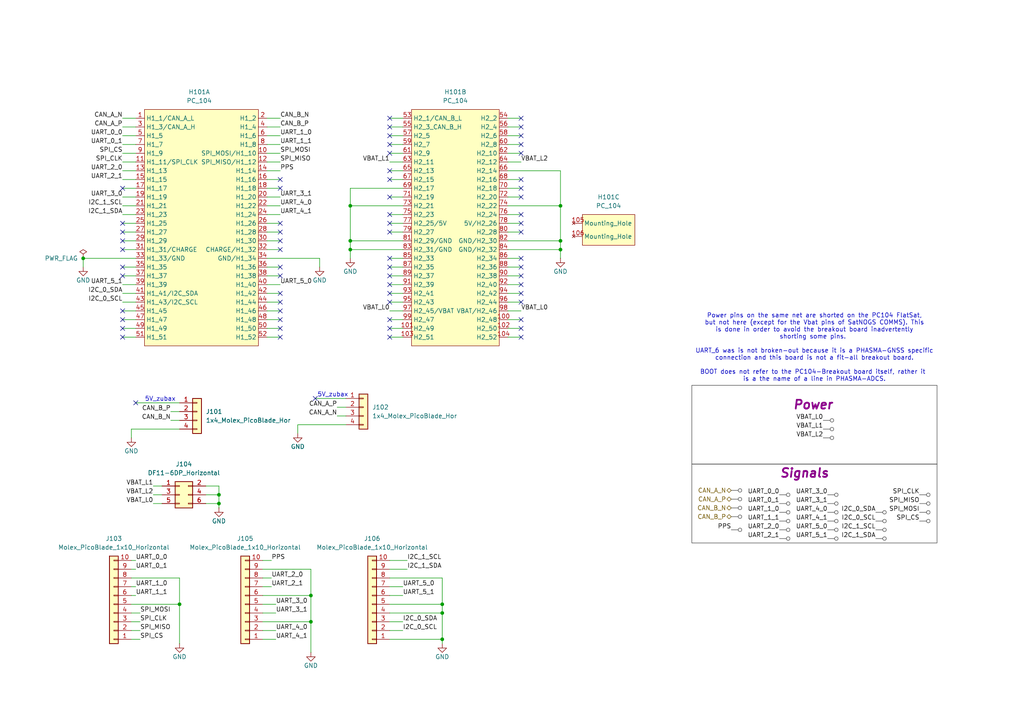
<source format=kicad_sch>
(kicad_sch (version 20231120) (generator "eeschema") (generator_version "8.0")
  (paper "A4")
  (title_block (title "PC104-Breakout"))
  (lib_symbols
    (symbol "Connector_Generic:Conn_01x04" (pin_names (offset 1.016) hide)
      (property "Reference" "J" (at 0 5.08 0))
      (property "Value" "Conn_01x04" (at 0 -7.62 0))
      (symbol "Conn_01x04_1_1"
        (rectangle (start -1.27 -4.953) (end 0 -5.207) (stroke (width 0.1524)))
        (rectangle (start -1.27 -2.413) (end 0 -2.667) (stroke (width 0.1524)))
        (rectangle (start -1.27 0.127) (end 0 -0.127) (stroke (width 0.1524)))
        (rectangle (start -1.27 2.667) (end 0 2.413) (stroke (width 0.1524)))
        (rectangle (start -1.27 3.81) (end 1.27 -6.35) (stroke (width 0.254)) (fill (type background)))
        (pin passive line (at -5.08 2.54 0) (length 3.81) (name "Pin_1") (number "1"))
        (pin passive line (at -5.08 0 0) (length 3.81) (name "Pin_2") (number "2"))
        (pin passive line (at -5.08 -2.54 0) (length 3.81) (name "Pin_3") (number "3"))
        (pin passive line (at -5.08 -5.08 0) (length 3.81) (name "Pin_4") (number "4"))
      )
    )
    (symbol "Connector_Generic:Conn_01x10" (pin_names (offset 1.016) hide)
      (property "Reference" "J" (at 0 12.7 0))
      (property "Value" "Conn_01x10" (at 0 -15.24 0))
      (symbol "Conn_01x10_1_1"
        (rectangle (start -1.27 -12.573) (end 0 -12.827) (stroke (width 0.1524)))
        (rectangle (start -1.27 -10.033) (end 0 -10.287) (stroke (width 0.1524)))
        (rectangle (start -1.27 -7.493) (end 0 -7.747) (stroke (width 0.1524)))
        (rectangle (start -1.27 -4.953) (end 0 -5.207) (stroke (width 0.1524)))
        (rectangle (start -1.27 -2.413) (end 0 -2.667) (stroke (width 0.1524)))
        (rectangle (start -1.27 0.127) (end 0 -0.127) (stroke (width 0.1524)))
        (rectangle (start -1.27 2.667) (end 0 2.413) (stroke (width 0.1524)))
        (rectangle (start -1.27 5.207) (end 0 4.953) (stroke (width 0.1524)))
        (rectangle (start -1.27 7.747) (end 0 7.493) (stroke (width 0.1524)))
        (rectangle (start -1.27 10.287) (end 0 10.033) (stroke (width 0.1524)))
        (rectangle (start -1.27 11.43) (end 1.27 -13.97) (stroke (width 0.254)) (fill (type background)))
        (pin passive line (at -5.08 10.16 0) (length 3.81) (name "Pin_1") (number "1"))
        (pin passive line (at -5.08 -12.7 0) (length 3.81) (name "Pin_10") (number "10"))
        (pin passive line (at -5.08 7.62 0) (length 3.81) (name "Pin_2") (number "2"))
        (pin passive line (at -5.08 5.08 0) (length 3.81) (name "Pin_3") (number "3"))
        (pin passive line (at -5.08 2.54 0) (length 3.81) (name "Pin_4") (number "4"))
        (pin passive line (at -5.08 0 0) (length 3.81) (name "Pin_5") (number "5"))
        (pin passive line (at -5.08 -2.54 0) (length 3.81) (name "Pin_6") (number "6"))
        (pin passive line (at -5.08 -5.08 0) (length 3.81) (name "Pin_7") (number "7"))
        (pin passive line (at -5.08 -7.62 0) (length 3.81) (name "Pin_8") (number "8"))
        (pin passive line (at -5.08 -10.16 0) (length 3.81) (name "Pin_9") (number "9"))
      )
    )
    (symbol "Connector_Generic:Conn_02x03_Odd_Even" (pin_names (offset 1.016) hide)
      (property "Reference" "J" (at 1.27 5.08 0))
      (property "Value" "Conn_02x03_Odd_Even" (at 1.27 -5.08 0))
      (symbol "Conn_02x03_Odd_Even_1_1"
        (rectangle (start -1.27 -2.413) (end 0 -2.667) (stroke (width 0.1524)))
        (rectangle (start -1.27 0.127) (end 0 -0.127) (stroke (width 0.1524)))
        (rectangle (start -1.27 2.667) (end 0 2.413) (stroke (width 0.1524)))
        (rectangle (start -1.27 3.81) (end 3.81 -3.81) (stroke (width 0.254)) (fill (type background)))
        (rectangle (start 3.81 -2.413) (end 2.54 -2.667) (stroke (width 0.1524)))
        (rectangle (start 3.81 0.127) (end 2.54 -0.127) (stroke (width 0.1524)))
        (rectangle (start 3.81 2.667) (end 2.54 2.413) (stroke (width 0.1524)))
        (pin passive line (at -5.08 2.54 0) (length 3.81) (name "Pin_1") (number "1"))
        (pin passive line (at 7.62 2.54 180) (length 3.81) (name "Pin_2") (number "2"))
        (pin passive line (at -5.08 0 0) (length 3.81) (name "Pin_3") (number "3"))
        (pin passive line (at 7.62 0 180) (length 3.81) (name "Pin_4") (number "4"))
        (pin passive line (at -5.08 -2.54 0) (length 3.81) (name "Pin_5") (number "5"))
        (pin passive line (at 7.62 -2.54 180) (length 3.81) (name "Pin_6") (number "6"))
      )
    )
    (symbol "PC104-FlatSat:PC_104"
      (property "Reference" "H" (at 0 8.89 0))
      (property "Value" "PC_104" (at 0 11.43 0))
      (symbol "PC_104_1_1"
        (rectangle (start -16.51 35.56) (end 16.51 -33.02) (fill (type background)))
        (pin passive line (at -19.05 33.02 0) (length 2.54) (name "H1_1/CAN_A_L") (number "1"))
        (pin passive line (at 19.05 22.86 180) (length 2.54) (name "SPI_MOSI/H1_10") (number "10"))
        (pin passive line (at -19.05 20.32 0) (length 2.54) (name "H1_11/SPI_CLK") (number "11"))
        (pin passive line (at 19.05 20.32 180) (length 2.54) (name "SPI_MISO/H1_12") (number "12"))
        (pin passive line (at -19.05 17.78 0) (length 2.54) (name "H1_13") (number "13"))
        (pin passive line (at 19.05 17.78 180) (length 2.54) (name "H1_14") (number "14"))
        (pin passive line (at -19.05 15.24 0) (length 2.54) (name "H1_15") (number "15"))
        (pin passive line (at 19.05 15.24 180) (length 2.54) (name "H1_16") (number "16"))
        (pin passive line (at -19.05 12.7 0) (length 2.54) (name "H1_17") (number "17"))
        (pin passive line (at 19.05 12.7 180) (length 2.54) (name "H1_18") (number "18"))
        (pin passive line (at -19.05 10.16 0) (length 2.54) (name "H1_19") (number "19"))
        (pin passive line (at 19.05 33.02 180) (length 2.54) (name "H1_2") (number "2"))
        (pin passive line (at 19.05 10.16 180) (length 2.54) (name "H1_20") (number "20"))
        (pin passive line (at -19.05 7.62 0) (length 2.54) (name "H1_21") (number "21"))
        (pin passive line (at 19.05 7.62 180) (length 2.54) (name "H1_22") (number "22"))
        (pin passive line (at -19.05 5.08 0) (length 2.54) (name "H1_23") (number "23"))
        (pin passive line (at 19.05 5.08 180) (length 2.54) (name "H1_24") (number "24"))
        (pin passive line (at -19.05 2.54 0) (length 2.54) (name "H1_25") (number "25"))
        (pin passive line (at 19.05 2.54 180) (length 2.54) (name "H1_26") (number "26"))
        (pin passive line (at -19.05 0 0) (length 2.54) (name "H1_27") (number "27"))
        (pin passive line (at 19.05 0 180) (length 2.54) (name "H1_28") (number "28"))
        (pin passive line (at -19.05 -2.54 0) (length 2.54) (name "H1_29") (number "29"))
        (pin passive line (at -19.05 30.48 0) (length 2.54) (name "H1_3/CAN_A_H") (number "3"))
        (pin passive line (at 19.05 -2.54 180) (length 2.54) (name "H1_30") (number "30"))
        (pin passive line (at -19.05 -5.08 0) (length 2.54) (name "H1_31/CHARGE") (number "31"))
        (pin passive line (at 19.05 -5.08 180) (length 2.54) (name "CHARGE/H1_32") (number "32"))
        (pin passive line (at -19.05 -7.62 0) (length 2.54) (name "H1_33/GND") (number "33"))
        (pin passive line (at 19.05 -7.62 180) (length 2.54) (name "GND/H1_34") (number "34"))
        (pin passive line (at -19.05 -10.16 0) (length 2.54) (name "H1_35") (number "35"))
        (pin passive line (at 19.05 -10.16 180) (length 2.54) (name "H1_36") (number "36"))
        (pin passive line (at -19.05 -12.7 0) (length 2.54) (name "H1_37") (number "37"))
        (pin passive line (at 19.05 -12.7 180) (length 2.54) (name "H1_38") (number "38"))
        (pin passive line (at -19.05 -15.24 0) (length 2.54) (name "H1_39") (number "39"))
        (pin passive line (at 19.05 30.48 180) (length 2.54) (name "H1_4") (number "4"))
        (pin passive line (at 19.05 -15.24 180) (length 2.54) (name "H1_40") (number "40"))
        (pin passive line (at -19.05 -17.78 0) (length 2.54) (name "H1_41/I2C_SDA") (number "41"))
        (pin passive line (at 19.05 -17.78 180) (length 2.54) (name "H1_42") (number "42"))
        (pin passive line (at -19.05 -20.32 0) (length 2.54) (name "H1_43/I2C_SCL") (number "43"))
        (pin passive line (at 19.05 -20.32 180) (length 2.54) (name "H1_44") (number "44"))
        (pin passive line (at -19.05 -22.86 0) (length 2.54) (name "H1_45") (number "45"))
        (pin passive line (at 19.05 -22.86 180) (length 2.54) (name "H1_46") (number "46"))
        (pin passive line (at -19.05 -25.4 0) (length 2.54) (name "H1_47") (number "47"))
        (pin passive line (at 19.05 -25.4 180) (length 2.54) (name "H1_48") (number "48"))
        (pin passive line (at -19.05 -27.94 0) (length 2.54) (name "H1_49") (number "49"))
        (pin passive line (at -19.05 27.94 0) (length 2.54) (name "H1_5") (number "5"))
        (pin passive line (at 19.05 -27.94 180) (length 2.54) (name "H1_50") (number "50"))
        (pin passive line (at -19.05 -30.48 0) (length 2.54) (name "H1_51") (number "51"))
        (pin passive line (at 19.05 -30.48 180) (length 2.54) (name "H1_52") (number "52"))
        (pin passive line (at 19.05 27.94 180) (length 2.54) (name "H1_6") (number "6"))
        (pin passive line (at -19.05 25.4 0) (length 2.54) (name "H1_7") (number "7"))
        (pin passive line (at 19.05 25.4 180) (length 2.54) (name "H1_8") (number "8"))
        (pin passive line (at -19.05 22.86 0) (length 2.54) (name "H1_9") (number "9"))
      )
      (symbol "PC_104_2_1"
        (rectangle (start -12.7 35.56) (end 12.7 -33.02) (fill (type background)))
        (pin passive line (at 15.24 -25.4 180) (length 2.54) (name "H2_48") (number "100"))
        (pin passive line (at -15.24 -27.94 0) (length 2.54) (name "H2_49") (number "101"))
        (pin passive line (at 15.24 -27.94 180) (length 2.54) (name "H2_50") (number "102"))
        (pin passive line (at -15.24 -30.48 0) (length 2.54) (name "H2_51") (number "103"))
        (pin passive line (at 15.24 -30.48 180) (length 2.54) (name "H2_52") (number "104"))
        (pin passive line (at -15.24 33.02 0) (length 2.54) (name "H2_1/CAN_B_L") (number "53"))
        (pin passive line (at 15.24 33.02 180) (length 2.54) (name "H2_2") (number "54"))
        (pin passive line (at -15.24 30.48 0) (length 2.54) (name "H2_3_CAN_B_H") (number "55"))
        (pin passive line (at 15.24 30.48 180) (length 2.54) (name "H2_4") (number "56"))
        (pin passive line (at -15.24 27.94 0) (length 2.54) (name "H2_5") (number "57"))
        (pin passive line (at 15.24 27.94 180) (length 2.54) (name "H2_6") (number "58"))
        (pin passive line (at -15.24 25.4 0) (length 2.54) (name "H2_7") (number "59"))
        (pin passive line (at 15.24 25.4 180) (length 2.54) (name "H2_8") (number "60"))
        (pin passive line (at -15.24 22.86 0) (length 2.54) (name "H2_9") (number "61"))
        (pin passive line (at 15.24 22.86 180) (length 2.54) (name "H2_10") (number "62"))
        (pin passive line (at -15.24 20.32 0) (length 2.54) (name "H2_11") (number "63"))
        (pin passive line (at 15.24 20.32 180) (length 2.54) (name "H2_12") (number "64"))
        (pin passive line (at -15.24 17.78 0) (length 2.54) (name "H2_13") (number "65"))
        (pin passive line (at 15.24 17.78 180) (length 2.54) (name "H2_14") (number "66"))
        (pin passive line (at -15.24 15.24 0) (length 2.54) (name "H2_15") (number "67"))
        (pin passive line (at 15.24 15.24 180) (length 2.54) (name "H2_16") (number "68"))
        (pin passive line (at -15.24 12.7 0) (length 2.54) (name "H2_17") (number "69"))
        (pin passive line (at 15.24 12.7 180) (length 2.54) (name "H2_18") (number "70"))
        (pin passive line (at -15.24 10.16 0) (length 2.54) (name "H2_19") (number "71"))
        (pin passive line (at 15.24 10.16 180) (length 2.54) (name "H2_20") (number "72"))
        (pin passive line (at -15.24 7.62 0) (length 2.54) (name "H2_21") (number "73"))
        (pin passive line (at 15.24 7.62 180) (length 2.54) (name "H2_22") (number "74"))
        (pin passive line (at -15.24 5.08 0) (length 2.54) (name "H2_23") (number "75"))
        (pin passive line (at 15.24 5.08 180) (length 2.54) (name "H2_24") (number "76"))
        (pin passive line (at -15.24 2.54 0) (length 2.54) (name "H2_25/5V") (number "77"))
        (pin passive line (at 15.24 2.54 180) (length 2.54) (name "5V/H2_26") (number "78"))
        (pin passive line (at -15.24 0 0) (length 2.54) (name "H2_27") (number "79"))
        (pin passive line (at 15.24 0 180) (length 2.54) (name "H2_28") (number "80"))
        (pin passive line (at -15.24 -2.54 0) (length 2.54) (name "H2_29/GND") (number "81"))
        (pin passive line (at 15.24 -2.54 180) (length 2.54) (name "GND/H2_30") (number "82"))
        (pin passive line (at -15.24 -5.08 0) (length 2.54) (name "H2_31/GND") (number "83"))
        (pin passive line (at 15.24 -5.08 180) (length 2.54) (name "GND/H2_32") (number "84"))
        (pin passive line (at -15.24 -7.62 0) (length 2.54) (name "H2_33") (number "85"))
        (pin passive line (at 15.24 -7.62 180) (length 2.54) (name "H2_34") (number "86"))
        (pin passive line (at -15.24 -10.16 0) (length 2.54) (name "H2_35") (number "87"))
        (pin passive line (at 15.24 -10.16 180) (length 2.54) (name "H2_36") (number "88"))
        (pin passive line (at -15.24 -12.7 0) (length 2.54) (name "H2_37") (number "89"))
        (pin passive line (at 15.24 -12.7 180) (length 2.54) (name "H2_38") (number "90"))
        (pin passive line (at -15.24 -15.24 0) (length 2.54) (name "H2_39") (number "91"))
        (pin passive line (at 15.24 -15.24 180) (length 2.54) (name "H2_40") (number "92"))
        (pin passive line (at -15.24 -17.78 0) (length 2.54) (name "H2_41") (number "93"))
        (pin passive line (at 15.24 -17.78 180) (length 2.54) (name "H2_42") (number "94"))
        (pin passive line (at -15.24 -20.32 0) (length 2.54) (name "H2_43") (number "95"))
        (pin passive line (at 15.24 -20.32 180) (length 2.54) (name "H2_44") (number "96"))
        (pin passive line (at -15.24 -22.86 0) (length 2.54) (name "H2_45/VBAT") (number "97"))
        (pin passive line (at 15.24 -22.86 180) (length 2.54) (name "VBAT/H2_46") (number "98"))
        (pin passive line (at -15.24 -25.4 0) (length 2.54) (name "H2_47") (number "99"))
      )
      (symbol "PC_104_3_1"
        (rectangle (start -7.62 6.35) (end 7.62 -2.54) (fill (type background)))
        (pin no_connect line (at -10.16 3.81 0) (length 2.54) (name "Mounting_Hole") (number "105"))
        (pin no_connect line (at -10.16 0 0) (length 2.54) (name "Mounting_Hole") (number "106"))
      )
    )
    (symbol "power:GND" (power) (pin_numbers hide) (pin_names (offset 0) hide)
      (property "Value" "GND" (at 0 -3.81 0))
      (symbol "GND_0_1"
        (polyline (pts (xy 0 0) (xy 0 -1.27) (xy 1.27 -1.27) (xy 0 -2.54) (xy -1.27 -1.27) (xy 0 -1.27)))
      )
      (symbol "GND_1_1"
        (pin power_in line (at 0 0 270) (length 0) (name "~") (number "1"))
      )
    )
    (symbol "power:PWR_FLAG" (power) (pin_numbers hide) (pin_names (offset 0) hide)
      (property "Value" "PWR_FLAG" (at 0 3.81 0))
      (symbol "PWR_FLAG_0_0"
        (pin power_out line (at 0 0 90) (length 0) (name "~") (number "1"))
      )
      (symbol "PWR_FLAG_0_1"
        (polyline (pts (xy 0 0) (xy 0 1.27) (xy -1.016 1.905) (xy 0 2.54) (xy 1.016 1.905) (xy 0 1.27)))
      )
    )
  )
  (junction (at 162.56 59.69))
  (junction (at 101.6 59.69))
  (junction (at 128.27 185.42))
  (junction (at 24.13 74.93))
  (junction (at 101.6 72.39))
  (junction (at 90.17 180.34))
  (junction (at 162.56 69.85))
  (junction (at 128.27 177.8))
  (junction (at 52.07 175.26))
  (junction (at 90.17 172.72))
  (junction (at 162.56 72.39))
  (junction (at 63.5 143.51))
  (junction (at 63.5 146.05))
  (junction (at 128.27 175.26))
  (junction (at 101.6 69.85))
  (no_connect (at 113.03 77.47))
  (no_connect (at 151.13 54.61))
  (no_connect (at 151.13 87.63))
  (no_connect (at 113.03 80.01))
  (no_connect (at 81.28 67.31))
  (no_connect (at 113.03 34.29))
  (no_connect (at 81.28 90.17))
  (no_connect (at 35.56 72.39))
  (no_connect (at 81.28 95.25))
  (no_connect (at 151.13 97.79))
  (no_connect (at 81.28 87.63))
  (no_connect (at 39.37 116.84))
  (no_connect (at 151.13 67.31))
  (no_connect (at 151.13 52.07))
  (no_connect (at 81.28 72.39))
  (no_connect (at 151.13 85.09))
  (no_connect (at 113.03 97.79))
  (no_connect (at 113.03 41.91))
  (no_connect (at 113.03 64.77))
  (no_connect (at 35.56 69.85))
  (no_connect (at 35.56 92.71))
  (no_connect (at 81.28 85.09))
  (no_connect (at 113.03 92.71))
  (no_connect (at 35.56 64.77))
  (no_connect (at 113.03 44.45))
  (no_connect (at 113.03 57.15))
  (no_connect (at 81.28 54.61))
  (no_connect (at 151.13 80.01))
  (no_connect (at 151.13 62.23))
  (no_connect (at 151.13 36.83))
  (no_connect (at 113.03 36.83))
  (no_connect (at 151.13 44.45))
  (no_connect (at 151.13 92.71))
  (no_connect (at 81.28 80.01))
  (no_connect (at 113.03 67.31))
  (no_connect (at 35.56 77.47))
  (no_connect (at 113.03 62.23))
  (no_connect (at 81.28 97.79))
  (no_connect (at 81.28 64.77))
  (no_connect (at 35.56 97.79))
  (no_connect (at 35.56 54.61))
  (no_connect (at 113.03 82.55))
  (no_connect (at 113.03 87.63))
  (no_connect (at 113.03 74.93))
  (no_connect (at 151.13 57.15))
  (no_connect (at 35.56 67.31))
  (no_connect (at 151.13 95.25))
  (no_connect (at 113.03 52.07))
  (no_connect (at 35.56 95.25))
  (no_connect (at 81.28 92.71))
  (no_connect (at 113.03 95.25))
  (no_connect (at 151.13 34.29))
  (no_connect (at 113.03 85.09))
  (no_connect (at 151.13 39.37))
  (no_connect (at 81.28 52.07))
  (no_connect (at 81.28 69.85))
  (no_connect (at 91.44 115.57))
  (no_connect (at 151.13 41.91))
  (no_connect (at 113.03 39.37))
  (no_connect (at 81.28 77.47))
  (no_connect (at 151.13 77.47))
  (no_connect (at 35.56 80.01))
  (no_connect (at 113.03 49.53))
  (no_connect (at 151.13 64.77))
  (no_connect (at 151.13 82.55))
  (no_connect (at 35.56 90.17))
  (no_connect (at 151.13 74.93))
  (wire (pts (xy 90.17 165.1) (xy 90.17 172.72)))
  (wire (pts (xy 38.1 167.64) (xy 52.07 167.64)))
  (wire (pts (xy 63.5 143.51) (xy 63.5 146.05)))
  (wire (pts (xy 128.27 177.8) (xy 128.27 185.42)))
  (wire (pts (xy 38.1 165.1) (xy 39.37 165.1)))
  (wire (pts (xy 113.03 64.77) (xy 116.84 64.77)))
  (wire (pts (xy 113.03 167.64) (xy 128.27 167.64)))
  (wire (pts (xy 38.1 170.18) (xy 39.37 170.18)))
  (wire (pts (xy 24.13 74.93) (xy 39.37 74.93)))
  (wire (pts (xy 151.13 36.83) (xy 147.32 36.83)))
  (wire (pts (xy 81.28 46.99) (xy 77.47 46.99)))
  (wire (pts (xy 113.03 90.17) (xy 116.84 90.17)))
  (wire (pts (xy 38.1 177.8) (xy 40.64 177.8)))
  (wire (pts (xy 113.03 41.91) (xy 116.84 41.91)))
  (wire (pts (xy 81.28 80.01) (xy 77.47 80.01)))
  (wire (pts (xy 81.28 52.07) (xy 77.47 52.07)))
  (wire (pts (xy 35.56 46.99) (xy 39.37 46.99)))
  (wire (pts (xy 92.71 74.93) (xy 92.71 77.47)))
  (wire (pts (xy 35.56 39.37) (xy 39.37 39.37)))
  (wire (pts (xy 35.56 80.01) (xy 39.37 80.01)))
  (wire (pts (xy 151.13 87.63) (xy 147.32 87.63)))
  (wire (pts (xy 76.2 167.64) (xy 78.74 167.64)))
  (wire (pts (xy 147.32 59.69) (xy 162.56 59.69)))
  (wire (pts (xy 128.27 185.42) (xy 128.27 186.69)))
  (wire (pts (xy 81.28 39.37) (xy 77.47 39.37)))
  (wire (pts (xy 113.03 87.63) (xy 116.84 87.63)))
  (wire (pts (xy 49.53 119.38) (xy 52.07 119.38)))
  (wire (pts (xy 35.56 82.55) (xy 39.37 82.55)))
  (wire (pts (xy 113.03 180.34) (xy 116.84 180.34)))
  (wire (pts (xy 113.03 39.37) (xy 116.84 39.37)))
  (wire (pts (xy 38.1 172.72) (xy 39.37 172.72)))
  (wire (pts (xy 113.03 57.15) (xy 116.84 57.15)))
  (wire (pts (xy 113.03 46.99) (xy 116.84 46.99)))
  (wire (pts (xy 24.13 74.93) (xy 24.13 77.47)))
  (wire (pts (xy 147.32 90.17) (xy 151.13 90.17)))
  (wire (pts (xy 101.6 59.69) (xy 101.6 69.85)))
  (wire (pts (xy 113.03 92.71) (xy 116.84 92.71)))
  (wire (pts (xy 44.45 143.51) (xy 46.99 143.51)))
  (wire (pts (xy 151.13 85.09) (xy 147.32 85.09)))
  (wire (pts (xy 38.1 124.46) (xy 52.07 124.46)))
  (wire (pts (xy 151.13 41.91) (xy 147.32 41.91)))
  (wire (pts (xy 162.56 49.53) (xy 162.56 59.69)))
  (wire (pts (xy 113.03 80.01) (xy 116.84 80.01)))
  (wire (pts (xy 151.13 97.79) (xy 147.32 97.79)))
  (wire (pts (xy 76.2 162.56) (xy 78.74 162.56)))
  (wire (pts (xy 38.1 124.46) (xy 38.1 127)))
  (wire (pts (xy 151.13 67.31) (xy 147.32 67.31)))
  (wire (pts (xy 113.03 77.47) (xy 116.84 77.47)))
  (wire (pts (xy 90.17 172.72) (xy 90.17 180.34)))
  (wire (pts (xy 113.03 82.55) (xy 116.84 82.55)))
  (wire (pts (xy 113.03 182.88) (xy 116.84 182.88)))
  (wire (pts (xy 35.56 59.69) (xy 39.37 59.69)))
  (wire (pts (xy 39.37 116.84) (xy 52.07 116.84)))
  (wire (pts (xy 151.13 46.99) (xy 147.32 46.99)))
  (wire (pts (xy 147.32 72.39) (xy 162.56 72.39)))
  (wire (pts (xy 81.28 72.39) (xy 77.47 72.39)))
  (wire (pts (xy 113.03 74.93) (xy 116.84 74.93)))
  (wire (pts (xy 151.13 95.25) (xy 147.32 95.25)))
  (wire (pts (xy 151.13 80.01) (xy 147.32 80.01)))
  (wire (pts (xy 147.32 49.53) (xy 162.56 49.53)))
  (wire (pts (xy 101.6 59.69) (xy 116.84 59.69)))
  (wire (pts (xy 113.03 170.18) (xy 116.84 170.18)))
  (wire (pts (xy 81.28 64.77) (xy 77.47 64.77)))
  (wire (pts (xy 63.5 146.05) (xy 63.5 147.32)))
  (wire (pts (xy 128.27 167.64) (xy 128.27 175.26)))
  (wire (pts (xy 113.03 165.1) (xy 118.11 165.1)))
  (wire (pts (xy 35.56 67.31) (xy 39.37 67.31)))
  (wire (pts (xy 162.56 69.85) (xy 147.32 69.85)))
  (wire (pts (xy 35.56 57.15) (xy 39.37 57.15)))
  (wire (pts (xy 101.6 69.85) (xy 101.6 72.39)))
  (wire (pts (xy 35.56 95.25) (xy 39.37 95.25)))
  (wire (pts (xy 81.28 87.63) (xy 77.47 87.63)))
  (wire (pts (xy 35.56 72.39) (xy 39.37 72.39)))
  (wire (pts (xy 35.56 62.23) (xy 39.37 62.23)))
  (wire (pts (xy 86.36 123.19) (xy 100.33 123.19)))
  (wire (pts (xy 38.1 180.34) (xy 40.64 180.34)))
  (wire (pts (xy 77.47 74.93) (xy 92.71 74.93)))
  (wire (pts (xy 81.28 34.29) (xy 77.47 34.29)))
  (wire (pts (xy 76.2 170.18) (xy 78.74 170.18)))
  (wire (pts (xy 35.56 97.79) (xy 39.37 97.79)))
  (wire (pts (xy 113.03 34.29) (xy 116.84 34.29)))
  (wire (pts (xy 91.44 115.57) (xy 100.33 115.57)))
  (wire (pts (xy 35.56 77.47) (xy 39.37 77.47)))
  (wire (pts (xy 35.56 52.07) (xy 39.37 52.07)))
  (wire (pts (xy 97.79 118.11) (xy 100.33 118.11)))
  (wire (pts (xy 81.28 57.15) (xy 77.47 57.15)))
  (wire (pts (xy 162.56 59.69) (xy 162.56 69.85)))
  (wire (pts (xy 35.56 69.85) (xy 39.37 69.85)))
  (wire (pts (xy 81.28 67.31) (xy 77.47 67.31)))
  (wire (pts (xy 52.07 167.64) (xy 52.07 175.26)))
  (wire (pts (xy 76.2 182.88) (xy 80.01 182.88)))
  (wire (pts (xy 81.28 54.61) (xy 77.47 54.61)))
  (wire (pts (xy 52.07 175.26) (xy 52.07 186.69)))
  (wire (pts (xy 113.03 67.31) (xy 116.84 67.31)))
  (wire (pts (xy 116.84 72.39) (xy 101.6 72.39)))
  (wire (pts (xy 76.2 172.72) (xy 90.17 172.72)))
  (wire (pts (xy 113.03 162.56) (xy 118.11 162.56)))
  (wire (pts (xy 97.79 120.65) (xy 100.33 120.65)))
  (wire (pts (xy 151.13 54.61) (xy 147.32 54.61)))
  (wire (pts (xy 81.28 82.55) (xy 77.47 82.55)))
  (wire (pts (xy 113.03 97.79) (xy 116.84 97.79)))
  (wire (pts (xy 63.5 140.97) (xy 63.5 143.51)))
  (wire (pts (xy 151.13 62.23) (xy 147.32 62.23)))
  (wire (pts (xy 113.03 36.83) (xy 116.84 36.83)))
  (wire (pts (xy 44.45 140.97) (xy 46.99 140.97)))
  (wire (pts (xy 38.1 182.88) (xy 40.64 182.88)))
  (wire (pts (xy 35.56 34.29) (xy 39.37 34.29)))
  (wire (pts (xy 151.13 57.15) (xy 147.32 57.15)))
  (wire (pts (xy 44.45 146.05) (xy 46.99 146.05)))
  (wire (pts (xy 81.28 41.91) (xy 77.47 41.91)))
  (wire (pts (xy 81.28 69.85) (xy 77.47 69.85)))
  (wire (pts (xy 35.56 41.91) (xy 39.37 41.91)))
  (wire (pts (xy 151.13 39.37) (xy 147.32 39.37)))
  (wire (pts (xy 90.17 180.34) (xy 90.17 189.23)))
  (wire (pts (xy 162.56 74.93) (xy 162.56 72.39)))
  (wire (pts (xy 81.28 85.09) (xy 77.47 85.09)))
  (wire (pts (xy 101.6 72.39) (xy 101.6 74.93)))
  (wire (pts (xy 113.03 172.72) (xy 116.84 172.72)))
  (wire (pts (xy 151.13 52.07) (xy 147.32 52.07)))
  (wire (pts (xy 113.03 49.53) (xy 116.84 49.53)))
  (wire (pts (xy 113.03 177.8) (xy 128.27 177.8)))
  (wire (pts (xy 113.03 52.07) (xy 116.84 52.07)))
  (wire (pts (xy 113.03 85.09) (xy 116.84 85.09)))
  (wire (pts (xy 151.13 44.45) (xy 147.32 44.45)))
  (wire (pts (xy 59.69 146.05) (xy 63.5 146.05)))
  (wire (pts (xy 151.13 74.93) (xy 147.32 74.93)))
  (wire (pts (xy 76.2 180.34) (xy 90.17 180.34)))
  (wire (pts (xy 49.53 121.92) (xy 52.07 121.92)))
  (wire (pts (xy 35.56 49.53) (xy 39.37 49.53)))
  (wire (pts (xy 151.13 92.71) (xy 147.32 92.71)))
  (wire (pts (xy 35.56 87.63) (xy 39.37 87.63)))
  (wire (pts (xy 35.56 36.83) (xy 39.37 36.83)))
  (wire (pts (xy 38.1 175.26) (xy 52.07 175.26)))
  (wire (pts (xy 59.69 143.51) (xy 63.5 143.51)))
  (wire (pts (xy 128.27 175.26) (xy 128.27 177.8)))
  (wire (pts (xy 76.2 185.42) (xy 80.01 185.42)))
  (wire (pts (xy 35.56 85.09) (xy 39.37 85.09)))
  (wire (pts (xy 76.2 175.26) (xy 80.01 175.26)))
  (wire (pts (xy 116.84 69.85) (xy 101.6 69.85)))
  (wire (pts (xy 113.03 62.23) (xy 116.84 62.23)))
  (wire (pts (xy 113.03 185.42) (xy 128.27 185.42)))
  (wire (pts (xy 81.28 59.69) (xy 77.47 59.69)))
  (wire (pts (xy 35.56 54.61) (xy 39.37 54.61)))
  (wire (pts (xy 76.2 165.1) (xy 90.17 165.1)))
  (wire (pts (xy 162.56 72.39) (xy 162.56 69.85)))
  (wire (pts (xy 81.28 97.79) (xy 77.47 97.79)))
  (wire (pts (xy 81.28 36.83) (xy 77.47 36.83)))
  (wire (pts (xy 40.64 185.42) (xy 38.1 185.42)))
  (wire (pts (xy 38.1 162.56) (xy 39.37 162.56)))
  (wire (pts (xy 35.56 90.17) (xy 39.37 90.17)))
  (wire (pts (xy 113.03 175.26) (xy 128.27 175.26)))
  (wire (pts (xy 81.28 90.17) (xy 77.47 90.17)))
  (wire (pts (xy 81.28 95.25) (xy 77.47 95.25)))
  (wire (pts (xy 59.69 140.97) (xy 63.5 140.97)))
  (wire (pts (xy 116.84 54.61) (xy 101.6 54.61)))
  (wire (pts (xy 35.56 44.45) (xy 39.37 44.45)))
  (wire (pts (xy 81.28 77.47) (xy 77.47 77.47)))
  (wire (pts (xy 113.03 95.25) (xy 116.84 95.25)))
  (wire (pts (xy 151.13 34.29) (xy 147.32 34.29)))
  (wire (pts (xy 86.36 123.19) (xy 86.36 125.73)))
  (wire (pts (xy 35.56 92.71) (xy 39.37 92.71)))
  (wire (pts (xy 76.2 177.8) (xy 80.01 177.8)))
  (wire (pts (xy 81.28 49.53) (xy 77.47 49.53)))
  (wire (pts (xy 151.13 77.47) (xy 147.32 77.47)))
  (wire (pts (xy 81.28 62.23) (xy 77.47 62.23)))
  (wire (pts (xy 113.03 44.45) (xy 116.84 44.45)))
  (wire (pts (xy 35.56 64.77) (xy 39.37 64.77)))
  (wire (pts (xy 101.6 54.61) (xy 101.6 59.69)))
  (wire (pts (xy 147.32 64.77) (xy 151.13 64.77)))
  (wire (pts (xy 151.13 82.55) (xy 147.32 82.55)))
  (wire (pts (xy 81.28 44.45) (xy 77.47 44.45)))
  (wire (pts (xy 81.28 92.71) (xy 77.47 92.71)))
  (rectangle (start 200.66 111.76) (end 271.78 134.62) (stroke (width 0) (color 72 72 72 1)))
  (rectangle (start 200.66 134.62) (end 271.78 157.48) (stroke (width 0) (color 72 72 72 1)))
  (text "5V_zubax" (at 96.52 114.554 0) (effects (font (size 1.27 1.27))))
  (text "Power pins on the same net are shorted on the PC104 FlatSat,\nbut not here (except for the Vbat pins of SatNOGS COMMS). This\nis done in order to avoid the breakout board inadvertently\nshorting some pins. \n\nUART_6 was is not broken-out because it is a PHASMA-GNSS specific\nconnection and this board is not a fit-all breakout board.\n\nBOOT does not refer to the PC104-Breakout board itself, rather it \nis a the name of a line in PHASMA-ADCS." (at 236.22 100.838 0) (effects (font (size 1.27 1.27))))
  (text "5V_zubax" (at 46.482 115.824 0) (effects (font (size 1.27 1.27))))
  (label "SPI_CS" (at 266.7 151.13 180))
  (label "SPI_MOSI" (at 266.7 148.59 180))
  (label "UART_1_0" (at 39.37 170.18 0))
  (label "SPI_MISO" (at 40.64 182.88 0))
  (label "VBAT_L2" (at 44.45 143.51 180))
  (label "UART_3_0" (at 240.03 143.51 180))
  (label "CAN_A_P" (at 97.79 118.11 180))
  (label "UART_2_1" (at 78.74 170.18 0))
  (label "I2C_1_SCL" (at 254 153.67 180))
  (label "UART_4_1" (at 81.28 62.23 0))
  (label "UART_2_0" (at 78.74 167.64 0))
  (label "VBAT_L1" (at 238.76 124.46 180))
  (label "SPI_MISO" (at 81.28 46.99 0))
  (label "UART_1_0" (at 81.28 39.37 0))
  (label "SPI_MISO" (at 266.7 146.05 180))
  (label "CAN_B_N" (at 81.28 34.29 0))
  (label "UART_2_1" (at 35.56 52.07 180))
  (label "UART_4_0" (at 81.28 59.69 0))
  (label "UART_1_1" (at 81.28 41.91 0))
  (label "SPI_CS" (at 40.64 185.42 0))
  (label "VBAT_L0" (at 151.13 90.17 0))
  (label "UART_0_0" (at 35.56 39.37 180))
  (label "CAN_B_N" (at 49.53 121.92 180))
  (label "UART_5_0" (at 240.03 153.67 180))
  (label "UART_3_1" (at 80.01 177.8 0))
  (label "CAN_B_P" (at 81.28 36.83 0))
  (label "I2C_0_SCL" (at 254 151.13 180))
  (label "UART_1_1" (at 226.06 151.13 180))
  (label "VBAT_L1" (at 44.45 140.97 180))
  (label "UART_0_0" (at 39.37 162.56 0))
  (label "VBAT_L0" (at 238.76 121.92 180))
  (label "I2C_1_SDA" (at 118.11 165.1 0))
  (label "VBAT_L0" (at 44.45 146.05 180))
  (label "I2C_0_SDA" (at 116.84 180.34 0))
  (label "I2C_0_SCL" (at 116.84 182.88 0))
  (label "PPS" (at 81.28 49.53 0))
  (label "CAN_A_N" (at 35.56 34.29 180))
  (label "UART_0_0" (at 226.06 143.51 180))
  (label "UART_5_1" (at 116.84 172.72 0))
  (label "VBAT_L1" (at 113.03 46.99 180))
  (label "I2C_1_SDA" (at 254 156.21 180))
  (label "SPI_CLK" (at 40.64 180.34 0))
  (label "VBAT_L2" (at 151.13 46.99 0))
  (label "UART_4_1" (at 240.03 151.13 180))
  (label "UART_1_0" (at 226.06 148.59 180))
  (label "UART_0_1" (at 39.37 165.1 0))
  (label "UART_3_1" (at 81.28 57.15 0))
  (label "I2C_1_SCL" (at 118.11 162.56 0))
  (label "I2C_1_SCL" (at 35.56 59.69 180))
  (label "I2C_0_SCL" (at 35.56 87.63 180))
  (label "UART_1_1" (at 39.37 172.72 0))
  (label "UART_0_1" (at 226.06 146.05 180))
  (label "PPS" (at 212.09 153.67 180))
  (label "VBAT_L0" (at 113.03 90.17 180))
  (label "UART_5_1" (at 35.56 82.55 180))
  (label "I2C_1_SDA" (at 35.56 62.23 180))
  (label "CAN_A_N" (at 97.79 120.65 180))
  (label "UART_2_0" (at 226.06 153.67 180))
  (label "UART_3_0" (at 80.01 175.26 0))
  (label "VBAT_L2" (at 238.76 127 180))
  (label "SPI_CLK" (at 35.56 46.99 180))
  (label "UART_5_0" (at 81.28 82.55 0))
  (label "UART_4_1" (at 80.01 185.42 0))
  (label "UART_3_0" (at 35.56 57.15 180))
  (label "I2C_0_SDA" (at 35.56 85.09 180))
  (label "UART_4_0" (at 240.03 148.59 180))
  (label "UART_5_1" (at 240.03 156.21 180))
  (label "UART_0_1" (at 35.56 41.91 180))
  (label "UART_4_0" (at 80.01 182.88 0))
  (label "UART_2_0" (at 35.56 49.53 180))
  (label "SPI_MOSI" (at 81.28 44.45 0))
  (label "SPI_CLK" (at 266.7 143.51 180))
  (label "UART_2_1" (at 226.06 156.21 180))
  (label "SPI_CS" (at 35.56 44.45 180))
  (label "I2C_0_SDA" (at 254 148.59 180))
  (label "CAN_B_P" (at 49.53 119.38 180))
  (label "UART_5_0" (at 116.84 170.18 0))
  (label "UART_3_1" (at 240.03 146.05 180))
  (label "CAN_A_P" (at 35.56 36.83 180))
  (label "SPI_MOSI" (at 40.64 177.8 0))
  (label "PPS" (at 78.74 162.56 0))
  (hierarchical_label "CAN_B_N" (shape bidirectional) (at 212.09 147.32 180))
  (hierarchical_label "CAN_A_N" (shape bidirectional) (at 212.09 142.24 180))
  (hierarchical_label "CAN_A_P" (shape bidirectional) (at 212.09 144.78 180))
  (hierarchical_label "CAN_B_P" (shape bidirectional) (at 212.09 149.86 180))
  (netclass_flag "" (length 2.54) (shape round) (at 212.09 149.86 270) (property "Netclass" "Signals" (effects (hide yes))))
  (netclass_flag "" (length 2.54) (shape round) (at 266.7 143.51 270) (property "Netclass" "Signals" (effects (hide yes))))
  (netclass_flag "" (length 2.54) (shape round) (at 226.06 151.13 270) (property "Netclass" "Signals" (effects (hide yes))))
  (netclass_flag "" (length 2.54) (shape round) (at 240.03 156.21 270) (property "Netclass" "Signals" (effects (hide yes))))
  (netclass_flag "" (length 2.54) (shape round) (at 226.06 146.05 270) (property "Netclass" "Signals" (effects (hide yes))))
  (netclass_flag "" (length 2.54) (shape round) (at 238.76 124.46 270) (property "Netclass" "Power" (effects (hide yes))))
  (netclass_flag "" (length 2.54) (shape round) (at 254 156.21 270) (property "Netclass" "Signals" (effects (hide yes))))
  (netclass_flag "" (length 2.54) (shape round) (at 212.09 144.78 270) (property "Netclass" "Signals" (effects (hide yes))))
  (netclass_flag "" (length 2.54) (shape round) (at 238.76 121.92 270) (property "Netclass" "Power" (effects (hide yes))))
  (netclass_flag "" (length 2.54) (shape round) (at 240.03 148.59 270) (property "Netclass" "Signals" (effects (hide yes))))
  (netclass_flag "" (length 2.54) (shape round) (at 266.7 146.05 270) (property "Netclass" "Signals" (effects (hide yes))))
  (netclass_flag "" (length 2.54) (shape round) (at 254 151.13 270) (property "Netclass" "Signals" (effects (hide yes))))
  (netclass_flag "" (length 2.54) (shape round) (at 226.06 143.51 270) (property "Netclass" "Signals" (effects (hide yes))))
  (netclass_flag "" (length 2.54) (shape round) (at 226.06 153.67 270) (property "Netclass" "Signals" (effects (hide yes))))
  (netclass_flag "" (length 2.54) (shape round) (at 266.7 148.59 270) (property "Netclass" "Signals" (at 226.06 137.16 0) (effects (font (size 2.54 2.54) (bold yes) (italic yes)) (justify left))))
  (netclass_flag "" (length 2.54) (shape round) (at 240.03 146.05 270) (property "Netclass" "Signals" (effects (hide yes))))
  (netclass_flag "" (length 2.54) (shape round) (at 226.06 156.21 270) (property "Netclass" "Signals" (effects (hide yes))))
  (netclass_flag "" (length 2.54) (shape round) (at 254 153.67 270) (property "Netclass" "Signals" (effects (hide yes))))
  (netclass_flag "" (length 2.54) (shape round) (at 212.09 147.32 270) (property "Netclass" "Signals" (effects (hide yes))))
  (netclass_flag "" (length 2.54) (shape round) (at 212.09 153.67 270) (property "Netclass" "Signals" (effects (hide yes))))
  (netclass_flag "" (length 2.54) (shape round) (at 254 148.59 270) (property "Netclass" "Signals" (effects (hide yes))))
  (netclass_flag "" (length 2.54) (shape round) (at 240.03 153.67 270) (property "Netclass" "Signals" (effects (hide yes))))
  (netclass_flag "" (length 2.54) (shape round) (at 240.03 151.13 270) (property "Netclass" "Signals" (effects (hide yes))))
  (netclass_flag "" (length 2.54) (shape round) (at 266.7 151.13 270) (property "Netclass" "Signals" (effects (hide yes))))
  (netclass_flag "" (length 2.54) (shape round) (at 226.06 148.59 270) (property "Netclass" "Signals" (effects (hide yes))))
  (netclass_flag "" (length 2.54) (shape round) (at 240.03 143.51 270) (property "Netclass" "Signals" (effects (hide yes))))
  (netclass_flag "" (length 2.54) (shape round) (at 238.76 127 270) (property "Netclass" "Power" (at 229.87 117.348 0) (effects (font (size 2.54 2.54) (bold yes) (italic yes)) (justify left))))
  (netclass_flag "" (length 2.54) (shape round) (at 212.09 142.24 270) (property "Netclass" "Signals" (effects (hide yes))))
  (symbol (lib_id "Connector_Generic:Conn_01x10") (at 33.02 175.26 180) (unit 1)
    (property "Reference" "J103" (at 33.02 156.21 0))
    (property "Value" "Molex_PicoBlade_1x10_Horizontal" (at 33.02 158.75 0))
    (property "Footprint" "Connector_Molex:Molex_PicoBlade_53261-1071_1x10-1MP_P1.25mm_Horizontal" (effects (hide yes)))
    (property "Mnf." "Molex" (effects (hide yes)))
    (property "PartNumber" "53261-1071" (effects (hide yes)))
  )
  (symbol (lib_id "power:GND") (at 24.13 77.47 0) (unit 1)
    (property "Reference" "#PWR0101" (effects (hide yes)))
    (property "Value" "GND" (at 24.13 81.28 0))
    (property "Description" "Power symbol creates a global label with name \"GND\" , ground" (effects (hide yes)))
  )
  (symbol (lib_id "Connector_Generic:Conn_01x10") (at 71.12 175.26 180) (unit 1)
    (property "Reference" "J105" (at 71.12 156.21 0))
    (property "Value" "Molex_PicoBlade_1x10_Horizontal" (at 71.12 158.75 0))
    (property "Footprint" "Connector_Molex:Molex_PicoBlade_53261-1071_1x10-1MP_P1.25mm_Horizontal" (effects (hide yes)))
    (property "Mnf." "Molex" (effects (hide yes)))
    (property "PartNumber" "53261-1071" (effects (hide yes)))
  )
  (symbol (lib_id "power:GND") (at 162.56 74.93 0) (mirror y) (unit 1)
    (property "Reference" "#PWR0104" (effects (hide yes)))
    (property "Value" "GND" (at 162.56 78.74 0))
    (property "Description" "Power symbol creates a global label with name \"GND\" , ground" (effects (hide yes)))
  )
  (symbol (lib_id "power:GND") (at 128.27 186.69 0) (mirror y) (unit 1)
    (property "Reference" "#PWR0110" (effects (hide yes)))
    (property "Value" "GND" (at 128.27 190.5 0))
    (property "Description" "Power symbol creates a global label with name \"GND\" , ground" (effects (hide yes)))
  )
  (symbol (lib_id "power:GND") (at 101.6 74.93 0) (unit 1)
    (property "Reference" "#PWR0103" (effects (hide yes)))
    (property "Value" "GND" (at 101.6 78.74 0))
    (property "Description" "Power symbol creates a global label with name \"GND\" , ground" (effects (hide yes)))
  )
  (symbol (lib_id "power:GND") (at 92.71 77.47 0) (mirror y) (unit 1)
    (property "Reference" "#PWR0102" (effects (hide yes)))
    (property "Value" "GND" (at 92.71 81.28 0))
    (property "Description" "Power symbol creates a global label with name \"GND\" , ground" (effects (hide yes)))
  )
  (symbol (lib_id "Connector_Generic:Conn_02x03_Odd_Even") (at 52.07 143.51 0) (unit 1)
    (property "Reference" "J104" (at 53.34 134.62 0))
    (property "Value" "DF11-6DP_Horizontal" (at 53.34 137.16 0))
    (property "Footprint" "lsf-kicad-lib:hrs-df11-6dp-2ds" (effects (hide yes)))
    (property "Mnf." "Hirose" (effects (hide yes)))
    (property "PartNumber" "DF11-6DP-2DS(52)" (effects (hide yes)))
  )
  (symbol (lib_id "power:GND") (at 86.36 125.73 0) (mirror y) (unit 1)
    (property "Reference" "#PWR0106" (effects (hide yes)))
    (property "Value" "GND" (at 86.36 129.54 0))
    (property "Description" "Power symbol creates a global label with name \"GND\" , ground" (effects (hide yes)))
  )
  (symbol (lib_id "Connector_Generic:Conn_01x10") (at 107.95 175.26 180) (unit 1)
    (property "Reference" "J106" (at 107.95 156.21 0))
    (property "Value" "Molex_PicoBlade_1x10_Horizontal" (at 107.95 158.75 0))
    (property "Footprint" "Connector_Molex:Molex_PicoBlade_53261-1071_1x10-1MP_P1.25mm_Horizontal" (effects (hide yes)))
    (property "Mnf." "Molex" (effects (hide yes)))
    (property "PartNumber" "53261-1071" (effects (hide yes)))
  )
  (symbol (lib_id "Connector_Generic:Conn_01x04") (at 57.15 119.38 0) (unit 1)
    (property "Reference" "J101" (at 59.69 119.3799 0) (effects (justify left)))
    (property "Value" "1x4_Molex_PicoBlade_Hor" (at 59.69 121.9199 0) (effects (justify left)))
    (property "Footprint" "Connector_Molex:Molex_PicoBlade_53261-0471_1x04-1MP_P1.25mm_Horizontal" (effects (hide yes)))
    (property "Mnf." "Molex" (effects (hide yes)))
    (property "PartNumber" "53261-0471 " (effects (hide yes)))
  )
  (symbol (lib_id "power:GND") (at 63.5 147.32 0) (mirror y) (unit 1)
    (property "Reference" "#PWR0107" (effects (hide yes)))
    (property "Value" "GND" (at 63.5 151.13 0))
    (property "Description" "Power symbol creates a global label with name \"GND\" , ground" (effects (hide yes)))
  )
  (symbol (lib_id "power:PWR_FLAG") (at 24.13 74.93 0) (unit 1)
    (property "Reference" "#FLG0101" (effects (hide yes)))
    (property "Value" "PWR_FLAG" (at 17.78 74.93 0))
    (property "Description" "Special symbol for telling ERC where power comes from" (effects (hide yes)))
  )
  (symbol (lib_id "power:GND") (at 38.1 127 0) (mirror y) (unit 1)
    (property "Reference" "#PWR0105" (effects (hide yes)))
    (property "Value" "GND" (at 38.1 130.81 0))
    (property "Description" "Power symbol creates a global label with name \"GND\" , ground" (effects (hide yes)))
  )
  (symbol (lib_id "PC104-FlatSat:PC_104") (at 132.08 67.31 0) (unit 2)
    (property "Reference" "H101" (at 132.08 26.67 0))
    (property "Value" "PC_104" (at 132.08 29.21 0))
    (property "Footprint" "PC104-FlatSat:PC_104" (effects (hide yes)))
    (property "Mnf." "Samtec" (effects (hide yes)))
    (property "PartNumber" "ESQ-126-39-x-D" (effects (hide yes)))
  )
  (symbol (lib_id "power:GND") (at 90.17 189.23 0) (mirror y) (unit 1)
    (property "Reference" "#PWR0109" (effects (hide yes)))
    (property "Value" "GND" (at 90.17 193.04 0))
    (property "Description" "Power symbol creates a global label with name \"GND\" , ground" (effects (hide yes)))
  )
  (symbol (lib_id "power:GND") (at 52.07 186.69 0) (mirror y) (unit 1)
    (property "Reference" "#PWR0108" (effects (hide yes)))
    (property "Value" "GND" (at 52.07 190.5 0))
    (property "Description" "Power symbol creates a global label with name \"GND\" , ground" (effects (hide yes)))
  )
  (symbol (lib_id "Connector_Generic:Conn_01x04") (at 105.41 118.11 0) (unit 1)
    (property "Reference" "J102" (at 107.95 118.1099 0) (effects (justify left)))
    (property "Value" "1x4_Molex_PicoBlade_Hor" (at 107.95 120.6499 0) (effects (justify left)))
    (property "Footprint" "Connector_Molex:Molex_PicoBlade_53261-0471_1x04-1MP_P1.25mm_Horizontal" (effects (hide yes)))
    (property "Mnf." "Molex" (effects (hide yes)))
    (property "PartNumber" "53261-0471 " (effects (hide yes)))
  )
  (symbol (lib_id "PC104-FlatSat:PC_104") (at 176.53 68.58 0) (unit 3)
    (property "Reference" "H101" (at 176.53 57.15 0))
    (property "Value" "PC_104" (at 176.53 59.69 0))
    (property "Footprint" "PC104-FlatSat:PC_104" (effects (hide yes)))
    (property "Mnf." "Samtec" (effects (hide yes)))
    (property "PartNumber" "ESQ-126-39-x-D" (effects (hide yes)))
  )
  (symbol (lib_id "PC104-FlatSat:PC_104") (at 58.42 67.31 0) (unit 1)
    (property "Reference" "H101" (at 57.785 26.67 0))
    (property "Value" "PC_104" (at 57.785 29.21 0))
    (property "Footprint" "PC104-FlatSat:PC_104" (effects (hide yes)))
    (property "Mnf." "Samtec" (effects (hide yes)))
    (property "PartNumber" "ESQ-126-39-x-D" (effects (hide yes)))
  )
)
</source>
